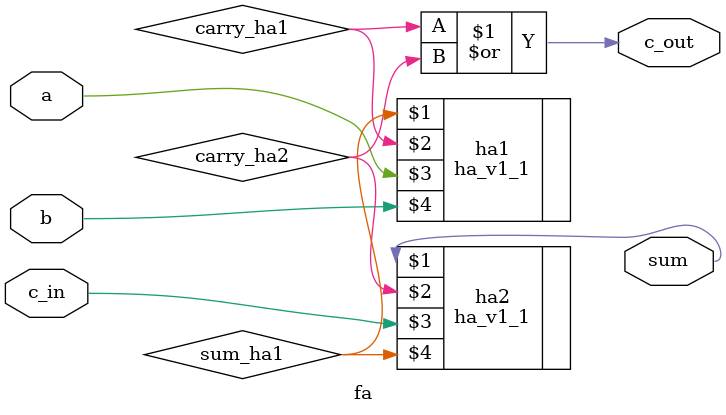
<source format=v>
module fa(output wire sum, output wire c_out, input wire a, input wire b, input wire c_in);

  wire carry_ha1;
  wire carry_ha2;
  wire sum_ha1;

  ha_v1_1 ha1(sum_ha1, carry_ha1, a, b);
  ha_v1_1 ha2(sum, carry_ha2, c_in, sum_ha1);
  or or1(c_out, carry_ha1, carry_ha2);

endmodule

</source>
